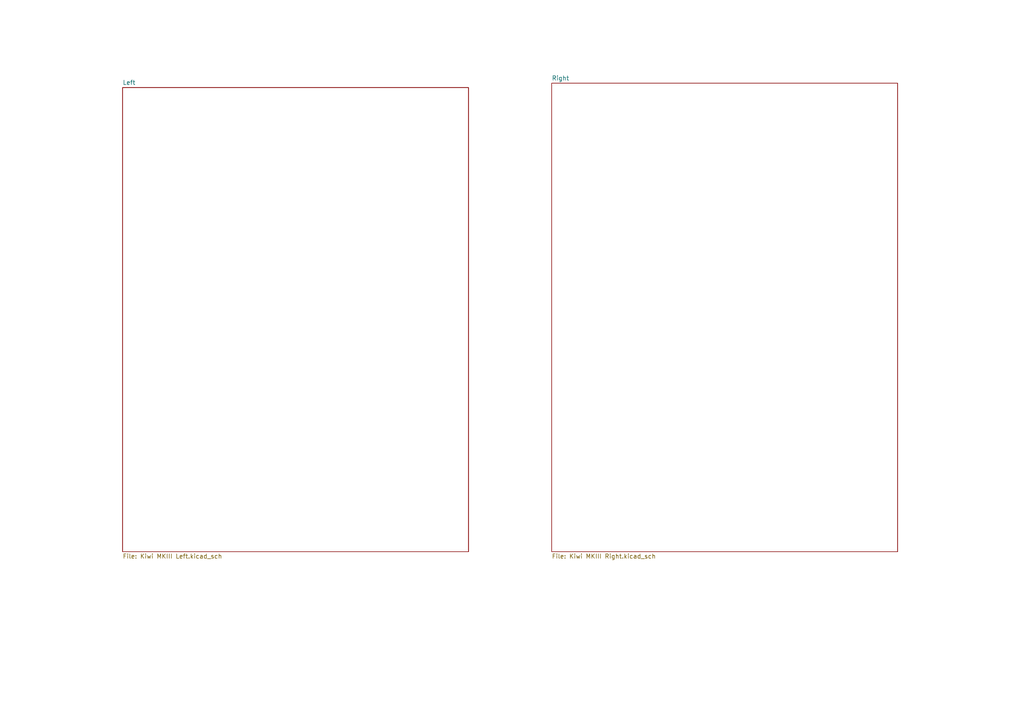
<source format=kicad_sch>
(kicad_sch
	(version 20231120)
	(generator "eeschema")
	(generator_version "8.0")
	(uuid "d42fec49-ab51-4768-b264-d564aeb86b7e")
	(paper "A4")
	(lib_symbols)
	(sheet
		(at 35.56 25.4)
		(size 100.33 134.62)
		(fields_autoplaced yes)
		(stroke
			(width 0.1524)
			(type solid)
		)
		(fill
			(color 0 0 0 0.0000)
		)
		(uuid "10b6d487-707f-4d3e-a021-8223252f1991")
		(property "Sheetname" "Left"
			(at 35.56 24.6884 0)
			(effects
				(font
					(size 1.27 1.27)
				)
				(justify left bottom)
			)
		)
		(property "Sheetfile" "Kiwi MKIII Left.kicad_sch"
			(at 35.56 160.6046 0)
			(effects
				(font
					(size 1.27 1.27)
				)
				(justify left top)
			)
		)
		(instances
			(project "Kiwi MKIII"
				(path "/d42fec49-ab51-4768-b264-d564aeb86b7e"
					(page "2")
				)
			)
		)
	)
	(sheet
		(at 160.02 24.13)
		(size 100.33 135.89)
		(fields_autoplaced yes)
		(stroke
			(width 0.1524)
			(type solid)
		)
		(fill
			(color 0 0 0 0.0000)
		)
		(uuid "d7b8383f-4832-47db-b427-40736b4a0e57")
		(property "Sheetname" "Right"
			(at 160.02 23.4184 0)
			(effects
				(font
					(size 1.27 1.27)
				)
				(justify left bottom)
			)
		)
		(property "Sheetfile" "Kiwi MKIII Right.kicad_sch"
			(at 160.02 160.6046 0)
			(effects
				(font
					(size 1.27 1.27)
				)
				(justify left top)
			)
		)
		(instances
			(project "Kiwi MKIII"
				(path "/d42fec49-ab51-4768-b264-d564aeb86b7e"
					(page "3")
				)
			)
		)
	)
	(sheet_instances
		(path "/"
			(page "1")
		)
	)
)
</source>
